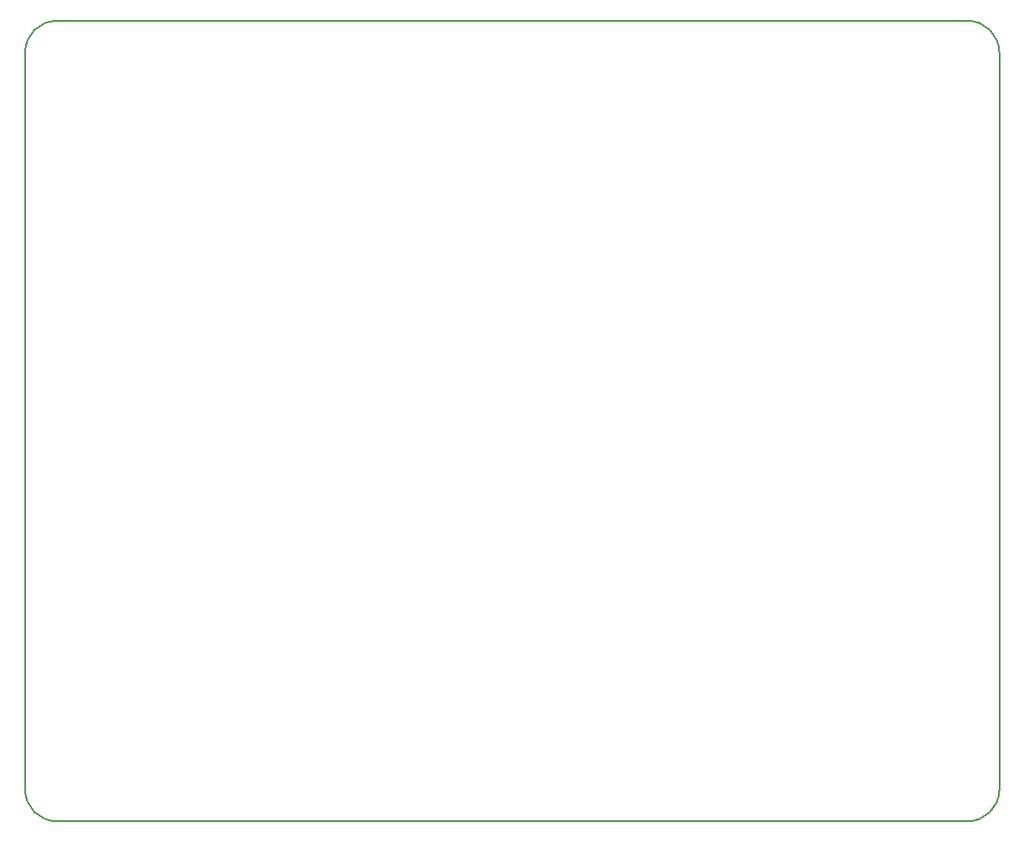
<source format=gm1>
G04 #@! TF.GenerationSoftware,KiCad,Pcbnew,(5.0.2)-1*
G04 #@! TF.CreationDate,2019-04-26T21:04:54-07:00*
G04 #@! TF.ProjectId,Summit Top,53756d6d-6974-4205-946f-702e6b696361,rev?*
G04 #@! TF.SameCoordinates,Original*
G04 #@! TF.FileFunction,Profile,NP*
%FSLAX46Y46*%
G04 Gerber Fmt 4.6, Leading zero omitted, Abs format (unit mm)*
G04 Created by KiCad (PCBNEW (5.0.2)-1) date 4/26/2019 9:04:54 PM*
%MOMM*%
%LPD*%
G01*
G04 APERTURE LIST*
%ADD10C,0.150000*%
G04 APERTURE END LIST*
D10*
X36512500Y-36512500D02*
X36512500Y-111125000D01*
X39687500Y-33337500D02*
X131762500Y-33337500D01*
X134937500Y-111125000D02*
X134937500Y-36512500D01*
X39687500Y-114300000D02*
X131762500Y-114300000D01*
X39687500Y-114300000D02*
G75*
G02X36512500Y-111125000I0J3175000D01*
G01*
X134937500Y-111125000D02*
G75*
G02X131762500Y-114300000I-3175000J0D01*
G01*
X131762500Y-33337500D02*
G75*
G02X134937500Y-36512500I0J-3175000D01*
G01*
X36512500Y-36512500D02*
G75*
G02X39687500Y-33337500I3175000J0D01*
G01*
M02*

</source>
